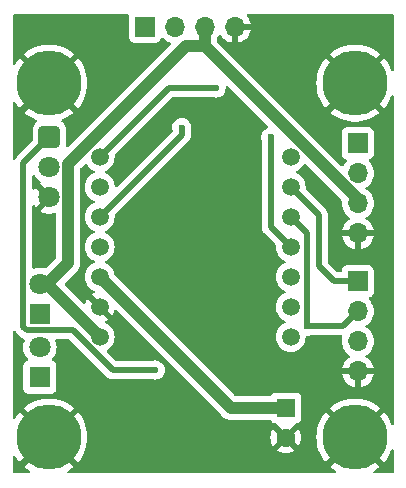
<source format=gbl>
G04 #@! TF.GenerationSoftware,KiCad,Pcbnew,7.0.7*
G04 #@! TF.CreationDate,2023-10-16T20:45:54+02:00*
G04 #@! TF.ProjectId,HeatPumpControl,48656174-5075-46d7-9043-6f6e74726f6c,2.0*
G04 #@! TF.SameCoordinates,Original*
G04 #@! TF.FileFunction,Copper,L2,Bot*
G04 #@! TF.FilePolarity,Positive*
%FSLAX46Y46*%
G04 Gerber Fmt 4.6, Leading zero omitted, Abs format (unit mm)*
G04 Created by KiCad (PCBNEW 7.0.7) date 2023-10-16 20:45:54*
%MOMM*%
%LPD*%
G01*
G04 APERTURE LIST*
G04 Aperture macros list*
%AMRoundRect*
0 Rectangle with rounded corners*
0 $1 Rounding radius*
0 $2 $3 $4 $5 $6 $7 $8 $9 X,Y pos of 4 corners*
0 Add a 4 corners polygon primitive as box body*
4,1,4,$2,$3,$4,$5,$6,$7,$8,$9,$2,$3,0*
0 Add four circle primitives for the rounded corners*
1,1,$1+$1,$2,$3*
1,1,$1+$1,$4,$5*
1,1,$1+$1,$6,$7*
1,1,$1+$1,$8,$9*
0 Add four rect primitives between the rounded corners*
20,1,$1+$1,$2,$3,$4,$5,0*
20,1,$1+$1,$4,$5,$6,$7,0*
20,1,$1+$1,$6,$7,$8,$9,0*
20,1,$1+$1,$8,$9,$2,$3,0*%
G04 Aperture macros list end*
G04 #@! TA.AperFunction,ComponentPad*
%ADD10C,1.800000*%
G04 #@! TD*
G04 #@! TA.AperFunction,ComponentPad*
%ADD11R,1.800000X1.800000*%
G04 #@! TD*
G04 #@! TA.AperFunction,ComponentPad*
%ADD12C,5.500000*%
G04 #@! TD*
G04 #@! TA.AperFunction,ComponentPad*
%ADD13R,1.700000X1.700000*%
G04 #@! TD*
G04 #@! TA.AperFunction,ComponentPad*
%ADD14O,1.700000X1.700000*%
G04 #@! TD*
G04 #@! TA.AperFunction,ComponentPad*
%ADD15C,1.500000*%
G04 #@! TD*
G04 #@! TA.AperFunction,ComponentPad*
%ADD16R,1.600000X1.600000*%
G04 #@! TD*
G04 #@! TA.AperFunction,ComponentPad*
%ADD17C,1.600000*%
G04 #@! TD*
G04 #@! TA.AperFunction,ComponentPad*
%ADD18RoundRect,0.248400X-0.651600X0.651600X-0.651600X-0.651600X0.651600X-0.651600X0.651600X0.651600X0*%
G04 #@! TD*
G04 #@! TA.AperFunction,ViaPad*
%ADD19C,0.600000*%
G04 #@! TD*
G04 #@! TA.AperFunction,Conductor*
%ADD20C,1.000000*%
G04 #@! TD*
G04 #@! TA.AperFunction,Conductor*
%ADD21C,0.500000*%
G04 #@! TD*
G04 APERTURE END LIST*
D10*
X139192000Y-125857000D03*
D11*
X139192000Y-128397000D03*
D12*
X139954000Y-108839000D03*
X165862000Y-138811000D03*
D13*
X148092000Y-104070000D03*
D14*
X150632000Y-104070000D03*
X153172000Y-104070000D03*
X155712000Y-104070000D03*
D15*
X160433300Y-130317700D03*
X160433300Y-127777700D03*
X160433300Y-125237700D03*
X160433300Y-122697700D03*
X160433300Y-120157700D03*
X160433300Y-117617700D03*
X160433300Y-115077700D03*
X144268300Y-115077700D03*
X144268300Y-117617700D03*
X144268300Y-120157700D03*
X144268300Y-122697700D03*
X144268300Y-125237700D03*
X144268300Y-127777700D03*
X144268300Y-130317700D03*
D11*
X139192000Y-133731000D03*
D10*
X139192000Y-131191000D03*
D13*
X166116000Y-125603000D03*
D14*
X166116000Y-128143000D03*
X166116000Y-130683000D03*
X166116000Y-133223000D03*
D16*
X160020000Y-136335900D03*
D17*
X160020000Y-138835900D03*
D18*
X139999000Y-113411000D03*
D10*
X139999000Y-115951000D03*
X139999000Y-118491000D03*
D12*
X139954000Y-138811000D03*
D13*
X166116000Y-113919000D03*
D14*
X166116000Y-116459000D03*
X166116000Y-118999000D03*
X166116000Y-121539000D03*
D12*
X165862000Y-108839000D03*
D19*
X161798000Y-129413000D03*
X151216000Y-112591400D03*
X154114500Y-109248100D03*
X148964300Y-133124700D03*
X158750000Y-113411000D03*
D20*
X151572000Y-105670000D02*
X153172000Y-105670000D01*
X166116000Y-118999000D02*
X166116000Y-118670300D01*
X153172000Y-104070000D02*
X153172000Y-105670000D01*
X141600100Y-115641900D02*
X151572000Y-105670000D01*
X139807600Y-125857000D02*
X141600100Y-124064500D01*
X139807600Y-125857000D02*
X139192000Y-125857000D01*
X153172000Y-105726300D02*
X153172000Y-105670000D01*
X141600100Y-124064500D02*
X141600100Y-115641900D01*
X144268300Y-130317700D02*
X139807600Y-125857000D01*
X166116000Y-118670300D02*
X153172000Y-105726300D01*
X144268300Y-125237700D02*
X155366500Y-136335900D01*
X155366500Y-136335900D02*
X160020000Y-136335900D01*
D21*
X161798000Y-123571000D02*
X161798000Y-129413000D01*
X160433300Y-120157700D02*
X161798000Y-121522400D01*
X164846000Y-129413000D02*
X166116000Y-128143000D01*
X161798000Y-121522400D02*
X161798000Y-123571000D01*
X161798000Y-129413000D02*
X164846000Y-129413000D01*
X162814000Y-119998400D02*
X162814000Y-124333000D01*
X164084000Y-125603000D02*
X166116000Y-125603000D01*
X162814000Y-124333000D02*
X164084000Y-125603000D01*
X160433300Y-117617700D02*
X162814000Y-119998400D01*
X151216000Y-113210000D02*
X151216000Y-112591400D01*
X144268300Y-120157700D02*
X151216000Y-113210000D01*
X144268300Y-115077700D02*
X150097900Y-109248100D01*
X150097900Y-109248100D02*
X154114500Y-109248100D01*
X145368900Y-133124700D02*
X148964300Y-133124700D01*
X141991400Y-129747200D02*
X145368900Y-133124700D01*
X137786700Y-115623300D02*
X137786700Y-129444400D01*
X138089500Y-129747200D02*
X141991400Y-129747200D01*
X139999000Y-113411000D02*
X137786700Y-115623300D01*
X137786700Y-129444400D02*
X138089500Y-129747200D01*
X160433300Y-122697700D02*
X158750000Y-121014400D01*
X158750000Y-121014400D02*
X158750000Y-113411000D01*
G04 #@! TA.AperFunction,Conductor*
G36*
X138690404Y-139819550D02*
G01*
X138742181Y-139855773D01*
X138817080Y-139943470D01*
X138819130Y-139945870D01*
X138909222Y-140022816D01*
X138948031Y-140082267D01*
X138948537Y-140153262D01*
X138916486Y-140207722D01*
X137833870Y-141290337D01*
X137841713Y-141297766D01*
X137841719Y-141297771D01*
X138122969Y-141511572D01*
X138337308Y-141640536D01*
X138385365Y-141692795D01*
X138397541Y-141762740D01*
X138369968Y-141828164D01*
X138311402Y-141868295D01*
X138272348Y-141874500D01*
X137016500Y-141874500D01*
X136948379Y-141854498D01*
X136901886Y-141800842D01*
X136890500Y-141748500D01*
X136890500Y-140494751D01*
X136910502Y-140426630D01*
X136964158Y-140380137D01*
X137034432Y-140370033D01*
X137099012Y-140399527D01*
X137127823Y-140435732D01*
X137158256Y-140493137D01*
X137158258Y-140493140D01*
X137356518Y-140785551D01*
X137356517Y-140785551D01*
X137477640Y-140928148D01*
X138557277Y-139848511D01*
X138619589Y-139814486D01*
X138690404Y-139819550D01*
G37*
G04 #@! TD.AperFunction*
G04 #@! TA.AperFunction,Conductor*
G36*
X169121621Y-103001502D02*
G01*
X169168114Y-103055158D01*
X169179500Y-103107500D01*
X169179500Y-107706529D01*
X169159498Y-107774650D01*
X169105842Y-107821143D01*
X169035568Y-107831247D01*
X168970988Y-107801753D01*
X168936449Y-107753167D01*
X168823225Y-107468997D01*
X168823223Y-107468994D01*
X168657743Y-107156863D01*
X168657741Y-107156859D01*
X168459481Y-106864448D01*
X168459482Y-106864448D01*
X168338357Y-106721850D01*
X167258722Y-107801486D01*
X167196410Y-107835512D01*
X167125595Y-107830447D01*
X167073816Y-107794222D01*
X166996870Y-107704130D01*
X166906774Y-107627181D01*
X166867967Y-107567733D01*
X166867459Y-107496739D01*
X166899511Y-107442276D01*
X167982127Y-106359661D01*
X167974286Y-106352233D01*
X167974280Y-106352228D01*
X167693030Y-106138427D01*
X167390321Y-105956293D01*
X167069683Y-105807950D01*
X167069679Y-105807948D01*
X166734896Y-105695147D01*
X166734882Y-105695143D01*
X166389872Y-105619199D01*
X166389848Y-105619195D01*
X166038651Y-105581000D01*
X165685348Y-105581000D01*
X165334151Y-105619195D01*
X165334127Y-105619199D01*
X164989117Y-105695143D01*
X164989103Y-105695147D01*
X164654320Y-105807948D01*
X164654316Y-105807950D01*
X164333678Y-105956293D01*
X164030969Y-106138427D01*
X163749715Y-106352231D01*
X163749709Y-106352237D01*
X163741870Y-106359661D01*
X164824487Y-107442277D01*
X164858512Y-107504589D01*
X164853448Y-107575404D01*
X164817223Y-107627183D01*
X164727130Y-107704130D01*
X164650183Y-107794223D01*
X164590732Y-107833032D01*
X164519737Y-107833538D01*
X164465277Y-107801487D01*
X163385641Y-106721850D01*
X163264517Y-106864449D01*
X163066258Y-107156859D01*
X163066256Y-107156863D01*
X162900776Y-107468994D01*
X162900772Y-107469003D01*
X162770010Y-107797188D01*
X162770009Y-107797191D01*
X162675496Y-108137598D01*
X162675496Y-108137601D01*
X162618342Y-108486230D01*
X162599215Y-108838997D01*
X162599215Y-108839002D01*
X162618342Y-109191769D01*
X162675496Y-109540398D01*
X162675496Y-109540401D01*
X162770009Y-109880808D01*
X162770010Y-109880811D01*
X162900772Y-110208996D01*
X162900776Y-110209005D01*
X163066256Y-110521136D01*
X163066258Y-110521140D01*
X163264518Y-110813551D01*
X163264517Y-110813551D01*
X163385640Y-110956148D01*
X164465277Y-109876511D01*
X164527589Y-109842486D01*
X164598404Y-109847550D01*
X164650181Y-109883773D01*
X164685249Y-109924833D01*
X164727130Y-109973870D01*
X164817222Y-110050816D01*
X164856031Y-110110267D01*
X164856537Y-110181262D01*
X164824486Y-110235722D01*
X163741870Y-111318337D01*
X163749713Y-111325766D01*
X163749719Y-111325771D01*
X164030969Y-111539572D01*
X164333678Y-111721706D01*
X164654316Y-111870049D01*
X164654320Y-111870051D01*
X164989103Y-111982852D01*
X164989117Y-111982856D01*
X165334127Y-112058800D01*
X165334151Y-112058804D01*
X165685348Y-112096999D01*
X165685364Y-112097000D01*
X166038636Y-112097000D01*
X166038651Y-112096999D01*
X166389848Y-112058804D01*
X166389872Y-112058800D01*
X166734882Y-111982856D01*
X166734896Y-111982852D01*
X167069679Y-111870051D01*
X167069683Y-111870049D01*
X167390321Y-111721706D01*
X167693030Y-111539572D01*
X167974276Y-111325774D01*
X167974282Y-111325769D01*
X167982127Y-111318338D01*
X167982127Y-111318336D01*
X166899512Y-110235722D01*
X166865487Y-110173410D01*
X166870551Y-110102595D01*
X166906774Y-110050818D01*
X166996870Y-109973870D01*
X167073818Y-109883775D01*
X167133265Y-109844968D01*
X167204260Y-109844460D01*
X167258722Y-109876512D01*
X168338357Y-110956148D01*
X168459482Y-110813551D01*
X168657741Y-110521140D01*
X168657743Y-110521136D01*
X168823223Y-110209005D01*
X168823227Y-110208996D01*
X168936449Y-109924833D01*
X168980244Y-109868954D01*
X169047298Y-109845623D01*
X169116321Y-109862248D01*
X169165398Y-109913550D01*
X169179500Y-109971470D01*
X169179500Y-137678529D01*
X169159498Y-137746650D01*
X169105842Y-137793143D01*
X169035568Y-137803247D01*
X168970988Y-137773753D01*
X168936449Y-137725167D01*
X168823225Y-137440997D01*
X168823223Y-137440994D01*
X168657743Y-137128863D01*
X168657741Y-137128859D01*
X168459481Y-136836448D01*
X168459482Y-136836448D01*
X168338357Y-136693850D01*
X167258722Y-137773486D01*
X167196410Y-137807512D01*
X167125595Y-137802447D01*
X167073816Y-137766222D01*
X166996870Y-137676130D01*
X166978636Y-137660557D01*
X166906774Y-137599181D01*
X166867967Y-137539733D01*
X166867459Y-137468739D01*
X166899511Y-137414276D01*
X167982127Y-136331661D01*
X167974286Y-136324233D01*
X167974280Y-136324228D01*
X167693030Y-136110427D01*
X167390321Y-135928293D01*
X167069683Y-135779950D01*
X167069679Y-135779948D01*
X166734896Y-135667147D01*
X166734882Y-135667143D01*
X166389872Y-135591199D01*
X166389848Y-135591195D01*
X166038651Y-135553000D01*
X165685348Y-135553000D01*
X165334151Y-135591195D01*
X165334127Y-135591199D01*
X164989117Y-135667143D01*
X164989103Y-135667147D01*
X164654320Y-135779948D01*
X164654316Y-135779950D01*
X164333678Y-135928293D01*
X164030969Y-136110427D01*
X163749715Y-136324231D01*
X163749709Y-136324237D01*
X163741870Y-136331661D01*
X164824487Y-137414277D01*
X164858512Y-137476589D01*
X164853448Y-137547404D01*
X164817223Y-137599183D01*
X164727130Y-137676130D01*
X164650183Y-137766223D01*
X164590732Y-137805032D01*
X164519737Y-137805538D01*
X164465277Y-137773487D01*
X163385641Y-136693850D01*
X163264517Y-136836449D01*
X163066258Y-137128859D01*
X163066256Y-137128863D01*
X162900776Y-137440994D01*
X162900772Y-137441003D01*
X162770010Y-137769188D01*
X162770009Y-137769191D01*
X162675496Y-138109598D01*
X162675496Y-138109601D01*
X162618342Y-138458230D01*
X162599215Y-138810997D01*
X162599215Y-138811002D01*
X162618342Y-139163769D01*
X162675496Y-139512398D01*
X162675496Y-139512401D01*
X162770009Y-139852808D01*
X162770010Y-139852811D01*
X162900772Y-140180996D01*
X162900776Y-140181005D01*
X163066256Y-140493136D01*
X163066258Y-140493140D01*
X163264518Y-140785551D01*
X163264517Y-140785551D01*
X163385640Y-140928148D01*
X164465277Y-139848511D01*
X164527589Y-139814486D01*
X164598404Y-139819550D01*
X164650181Y-139855773D01*
X164725080Y-139943470D01*
X164727130Y-139945870D01*
X164817222Y-140022816D01*
X164856031Y-140082267D01*
X164856537Y-140153262D01*
X164824486Y-140207722D01*
X163741870Y-141290337D01*
X163749713Y-141297766D01*
X163749719Y-141297771D01*
X164030969Y-141511572D01*
X164245308Y-141640536D01*
X164293365Y-141692795D01*
X164305541Y-141762740D01*
X164277968Y-141828164D01*
X164219402Y-141868295D01*
X164180348Y-141874500D01*
X141635652Y-141874500D01*
X141567531Y-141854498D01*
X141521038Y-141800842D01*
X141510934Y-141730568D01*
X141540428Y-141665988D01*
X141570692Y-141640536D01*
X141785030Y-141511572D01*
X142066276Y-141297774D01*
X142066282Y-141297769D01*
X142074127Y-141290338D01*
X142074127Y-141290336D01*
X140991512Y-140207722D01*
X140957487Y-140145410D01*
X140962551Y-140074595D01*
X140998774Y-140022818D01*
X141088870Y-139945870D01*
X141165818Y-139855775D01*
X141225265Y-139816968D01*
X141296260Y-139816460D01*
X141350722Y-139848512D01*
X142430357Y-140928148D01*
X142551482Y-140785551D01*
X142749741Y-140493140D01*
X142749743Y-140493136D01*
X142915223Y-140181005D01*
X142915227Y-140180996D01*
X143045989Y-139852811D01*
X143045990Y-139852808D01*
X143140503Y-139512401D01*
X143140503Y-139512398D01*
X143197657Y-139163769D01*
X143216784Y-138811002D01*
X143216784Y-138810997D01*
X143197657Y-138458230D01*
X143140503Y-138109601D01*
X143140503Y-138109598D01*
X143045990Y-137769191D01*
X143045989Y-137769188D01*
X142915227Y-137441003D01*
X142915223Y-137440994D01*
X142749743Y-137128863D01*
X142749741Y-137128859D01*
X142551481Y-136836448D01*
X142551482Y-136836448D01*
X142430357Y-136693850D01*
X141350722Y-137773486D01*
X141288410Y-137807512D01*
X141217595Y-137802447D01*
X141165816Y-137766222D01*
X141088870Y-137676130D01*
X141070636Y-137660557D01*
X140998774Y-137599181D01*
X140959967Y-137539733D01*
X140959459Y-137468739D01*
X140991511Y-137414276D01*
X142074127Y-136331661D01*
X142066286Y-136324233D01*
X142066280Y-136324228D01*
X141785030Y-136110427D01*
X141482321Y-135928293D01*
X141161683Y-135779950D01*
X141161679Y-135779948D01*
X140826896Y-135667147D01*
X140826882Y-135667143D01*
X140481872Y-135591199D01*
X140481848Y-135591195D01*
X140130651Y-135553000D01*
X139777348Y-135553000D01*
X139426151Y-135591195D01*
X139426127Y-135591199D01*
X139081117Y-135667143D01*
X139081103Y-135667147D01*
X138746320Y-135779948D01*
X138746316Y-135779950D01*
X138425678Y-135928293D01*
X138122969Y-136110427D01*
X137841715Y-136324231D01*
X137841709Y-136324237D01*
X137833870Y-136331661D01*
X138916487Y-137414277D01*
X138950512Y-137476589D01*
X138945448Y-137547404D01*
X138909223Y-137599183D01*
X138819130Y-137676130D01*
X138742183Y-137766223D01*
X138682732Y-137805032D01*
X138611737Y-137805538D01*
X138557277Y-137773487D01*
X137477641Y-136693850D01*
X137356517Y-136836449D01*
X137158258Y-137128859D01*
X137158252Y-137128869D01*
X137127822Y-137186268D01*
X137078242Y-137237084D01*
X137009059Y-137253028D01*
X136942238Y-137229038D01*
X136898995Y-137172730D01*
X136890500Y-137127248D01*
X136890500Y-129882987D01*
X136910502Y-129814866D01*
X136964158Y-129768373D01*
X137034432Y-129758269D01*
X137099012Y-129787763D01*
X137121772Y-129813750D01*
X137146933Y-129852006D01*
X137187667Y-129918047D01*
X137192222Y-129923808D01*
X137192168Y-129923850D01*
X137196928Y-129929692D01*
X137196979Y-129929650D01*
X137201693Y-129935268D01*
X137201698Y-129935273D01*
X137201699Y-129935274D01*
X137258182Y-129988563D01*
X137507598Y-130237979D01*
X137519565Y-130251827D01*
X137534030Y-130271257D01*
X137574475Y-130305194D01*
X137578521Y-130308902D01*
X137584400Y-130314781D01*
X137584401Y-130314782D01*
X137601663Y-130328431D01*
X137610395Y-130335335D01*
X137669860Y-130385232D01*
X137669866Y-130385235D01*
X137675995Y-130389267D01*
X137675958Y-130389322D01*
X137682311Y-130393369D01*
X137682347Y-130393313D01*
X137688592Y-130397165D01*
X137688595Y-130397167D01*
X137758952Y-130429975D01*
X137828312Y-130464809D01*
X137828313Y-130464809D01*
X137834872Y-130468103D01*
X137834043Y-130469752D01*
X137883538Y-130506189D01*
X137908881Y-130572508D01*
X137898665Y-130633118D01*
X137855252Y-130732089D01*
X137855249Y-130732096D01*
X137797950Y-130958366D01*
X137797949Y-130958372D01*
X137797949Y-130958374D01*
X137778673Y-131191000D01*
X137796965Y-131411756D01*
X137797950Y-131423633D01*
X137855249Y-131649903D01*
X137855252Y-131649910D01*
X137949015Y-131863668D01*
X138056647Y-132028412D01*
X138076686Y-132059083D01*
X138161842Y-132151587D01*
X138193263Y-132215251D01*
X138185276Y-132285797D01*
X138140417Y-132340826D01*
X138113175Y-132354979D01*
X138045795Y-132380111D01*
X138045792Y-132380112D01*
X137928738Y-132467738D01*
X137841112Y-132584792D01*
X137841110Y-132584797D01*
X137790011Y-132721795D01*
X137790009Y-132721803D01*
X137783500Y-132782350D01*
X137783500Y-134679649D01*
X137790009Y-134740196D01*
X137790011Y-134740204D01*
X137841110Y-134877202D01*
X137841112Y-134877207D01*
X137928738Y-134994261D01*
X138045792Y-135081887D01*
X138045794Y-135081888D01*
X138045796Y-135081889D01*
X138104875Y-135103924D01*
X138182795Y-135132988D01*
X138182803Y-135132990D01*
X138243350Y-135139499D01*
X138243355Y-135139499D01*
X138243362Y-135139500D01*
X138243368Y-135139500D01*
X140140632Y-135139500D01*
X140140638Y-135139500D01*
X140140645Y-135139499D01*
X140140649Y-135139499D01*
X140201196Y-135132990D01*
X140201199Y-135132989D01*
X140201201Y-135132989D01*
X140338204Y-135081889D01*
X140455261Y-134994261D01*
X140542889Y-134877204D01*
X140593989Y-134740201D01*
X140600500Y-134679638D01*
X140600500Y-132782362D01*
X140600305Y-132780550D01*
X140593990Y-132721803D01*
X140593988Y-132721795D01*
X140555057Y-132617419D01*
X140542889Y-132584796D01*
X140542888Y-132584794D01*
X140542887Y-132584792D01*
X140455261Y-132467738D01*
X140338207Y-132380112D01*
X140338204Y-132380111D01*
X140270824Y-132354979D01*
X140213989Y-132312432D01*
X140189179Y-132245911D01*
X140204271Y-132176538D01*
X140222156Y-132151588D01*
X140307314Y-132059083D01*
X140434984Y-131863669D01*
X140528749Y-131649907D01*
X140586051Y-131423626D01*
X140605327Y-131191000D01*
X140586051Y-130958374D01*
X140528749Y-130732093D01*
X140506914Y-130682314D01*
X140497867Y-130611896D01*
X140528327Y-130547766D01*
X140588623Y-130510284D01*
X140622301Y-130505700D01*
X141625029Y-130505700D01*
X141693150Y-130525702D01*
X141714124Y-130542605D01*
X144786992Y-133615473D01*
X144798965Y-133629327D01*
X144813430Y-133648757D01*
X144853875Y-133682694D01*
X144857921Y-133686402D01*
X144863799Y-133692280D01*
X144889796Y-133712836D01*
X144949260Y-133762732D01*
X144949266Y-133762735D01*
X144955395Y-133766767D01*
X144955357Y-133766823D01*
X144961713Y-133770872D01*
X144961749Y-133770815D01*
X144967989Y-133774663D01*
X144967994Y-133774667D01*
X145038353Y-133807475D01*
X145107712Y-133842309D01*
X145107719Y-133842310D01*
X145114607Y-133844818D01*
X145114584Y-133844880D01*
X145121710Y-133847357D01*
X145121731Y-133847295D01*
X145128688Y-133849599D01*
X145128693Y-133849602D01*
X145204722Y-133865300D01*
X145231083Y-133871548D01*
X145280243Y-133883200D01*
X145287532Y-133884052D01*
X145287524Y-133884118D01*
X145295022Y-133884884D01*
X145295028Y-133884818D01*
X145302335Y-133885456D01*
X145302342Y-133885458D01*
X145379945Y-133883200D01*
X148662630Y-133883200D01*
X148704244Y-133890270D01*
X148783253Y-133917917D01*
X148964300Y-133938316D01*
X149145347Y-133917917D01*
X149317315Y-133857743D01*
X149471581Y-133760811D01*
X149600411Y-133631981D01*
X149697343Y-133477715D01*
X149757517Y-133305747D01*
X149777916Y-133124700D01*
X149757517Y-132943653D01*
X149697343Y-132771685D01*
X149697341Y-132771682D01*
X149697341Y-132771681D01*
X149600412Y-132617420D01*
X149600411Y-132617418D01*
X149471581Y-132488588D01*
X149471579Y-132488587D01*
X149317318Y-132391658D01*
X149317315Y-132391657D01*
X149145350Y-132331484D01*
X149145349Y-132331483D01*
X149145347Y-132331483D01*
X148964300Y-132311084D01*
X148964299Y-132311084D01*
X148933483Y-132314556D01*
X148783253Y-132331483D01*
X148783250Y-132331483D01*
X148783249Y-132331484D01*
X148704245Y-132359129D01*
X148662630Y-132366200D01*
X145735271Y-132366200D01*
X145667150Y-132346198D01*
X145646176Y-132329295D01*
X144905370Y-131588489D01*
X144871344Y-131526177D01*
X144876409Y-131455362D01*
X144918956Y-131398526D01*
X144922087Y-131396257D01*
X145080338Y-131285449D01*
X145236049Y-131129738D01*
X145362356Y-130949354D01*
X145455420Y-130749776D01*
X145512415Y-130537071D01*
X145531607Y-130317700D01*
X145512415Y-130098329D01*
X145455420Y-129885624D01*
X145362356Y-129686047D01*
X145236049Y-129505662D01*
X145080338Y-129349951D01*
X144899954Y-129223644D01*
X144766940Y-129161619D01*
X144713655Y-129114702D01*
X144694194Y-129046425D01*
X144714736Y-128978465D01*
X144766940Y-128933229D01*
X144899710Y-128871316D01*
X144899712Y-128871315D01*
X144960286Y-128828898D01*
X144960286Y-128828896D01*
X144525727Y-128394337D01*
X144491701Y-128332025D01*
X144496766Y-128261210D01*
X144535445Y-128209540D01*
X144534589Y-128208553D01*
X144539130Y-128204617D01*
X144539313Y-128204374D01*
X144539810Y-128204028D01*
X144541395Y-128202653D01*
X144541400Y-128202652D01*
X144650061Y-128108498D01*
X144686126Y-128052379D01*
X144739777Y-128005888D01*
X144810051Y-127995783D01*
X144874632Y-128025275D01*
X144881218Y-128031406D01*
X145319497Y-128469686D01*
X145319498Y-128469686D01*
X145361915Y-128409112D01*
X145361919Y-128409105D01*
X145454945Y-128209612D01*
X145454951Y-128209598D01*
X145474334Y-128137256D01*
X145511284Y-128076632D01*
X145575145Y-128045610D01*
X145645639Y-128054037D01*
X145685135Y-128080770D01*
X154616159Y-137011793D01*
X154620301Y-137016363D01*
X154649932Y-137052468D01*
X154803496Y-137178495D01*
X154978696Y-137272141D01*
X155022942Y-137285562D01*
X155168799Y-137329809D01*
X155168805Y-137329809D01*
X155168807Y-137329810D01*
X155366496Y-137349280D01*
X155366500Y-137349280D01*
X155366503Y-137349280D01*
X155412965Y-137344704D01*
X155419144Y-137344400D01*
X158677815Y-137344400D01*
X158745936Y-137364402D01*
X158778683Y-137394891D01*
X158856738Y-137499161D01*
X158973792Y-137586787D01*
X158973794Y-137586788D01*
X158973796Y-137586789D01*
X159007028Y-137599184D01*
X159110795Y-137637888D01*
X159110803Y-137637890D01*
X159174717Y-137644761D01*
X159174604Y-137645806D01*
X159237435Y-137667959D01*
X159281000Y-137724018D01*
X159283316Y-137740006D01*
X159837934Y-138294623D01*
X159871959Y-138356936D01*
X159866895Y-138427751D01*
X159824348Y-138484587D01*
X159806043Y-138495985D01*
X159781956Y-138508258D01*
X159781951Y-138508261D01*
X159692361Y-138597851D01*
X159692358Y-138597856D01*
X159680085Y-138621943D01*
X159631337Y-138673558D01*
X159562422Y-138690623D01*
X159495220Y-138667722D01*
X159478723Y-138653834D01*
X158932899Y-138108009D01*
X158882913Y-138179400D01*
X158786188Y-138386826D01*
X158786186Y-138386831D01*
X158726951Y-138607897D01*
X158707004Y-138835899D01*
X158726951Y-139063902D01*
X158786186Y-139284968D01*
X158786188Y-139284973D01*
X158882913Y-139492401D01*
X158932899Y-139563788D01*
X159478722Y-139017965D01*
X159541035Y-138983940D01*
X159611850Y-138989004D01*
X159668686Y-139031551D01*
X159680084Y-139049855D01*
X159692359Y-139073945D01*
X159692361Y-139073948D01*
X159781951Y-139163538D01*
X159781953Y-139163539D01*
X159781955Y-139163541D01*
X159806042Y-139175813D01*
X159857656Y-139224561D01*
X159874722Y-139293476D01*
X159851821Y-139360678D01*
X159837933Y-139377175D01*
X159292110Y-139922997D01*
X159292110Y-139923000D01*
X159363498Y-139972986D01*
X159570926Y-140069711D01*
X159570931Y-140069713D01*
X159791999Y-140128948D01*
X159791995Y-140128948D01*
X160020000Y-140148895D01*
X160248002Y-140128948D01*
X160469068Y-140069713D01*
X160469073Y-140069711D01*
X160676497Y-139972988D01*
X160747888Y-139922999D01*
X160747888Y-139922998D01*
X160202065Y-139377176D01*
X160168040Y-139314863D01*
X160173104Y-139244048D01*
X160215651Y-139187212D01*
X160233951Y-139175817D01*
X160258045Y-139163541D01*
X160347641Y-139073945D01*
X160359914Y-139049857D01*
X160408658Y-138998244D01*
X160477573Y-138981175D01*
X160544775Y-139004075D01*
X160561276Y-139017965D01*
X161107098Y-139563788D01*
X161107099Y-139563788D01*
X161157088Y-139492397D01*
X161253811Y-139284973D01*
X161253813Y-139284968D01*
X161313048Y-139063902D01*
X161332995Y-138835899D01*
X161313048Y-138607897D01*
X161253813Y-138386831D01*
X161253811Y-138386826D01*
X161157086Y-138179398D01*
X161107100Y-138108010D01*
X161107097Y-138108010D01*
X160561275Y-138653833D01*
X160498963Y-138687859D01*
X160428148Y-138682794D01*
X160371312Y-138640247D01*
X160359913Y-138621941D01*
X160347641Y-138597855D01*
X160347639Y-138597853D01*
X160347638Y-138597851D01*
X160258048Y-138508261D01*
X160258045Y-138508259D01*
X160233955Y-138495984D01*
X160182341Y-138447234D01*
X160165276Y-138378319D01*
X160188178Y-138311118D01*
X160202065Y-138294622D01*
X160759569Y-137737118D01*
X160764709Y-137711549D01*
X160814108Y-137660557D01*
X160865369Y-137645567D01*
X160865283Y-137644761D01*
X160929196Y-137637890D01*
X160929199Y-137637889D01*
X160929201Y-137637889D01*
X161066204Y-137586789D01*
X161183261Y-137499161D01*
X161226802Y-137440997D01*
X161270887Y-137382107D01*
X161270887Y-137382106D01*
X161270889Y-137382104D01*
X161321989Y-137245101D01*
X161328500Y-137184538D01*
X161328500Y-135487262D01*
X161328499Y-135487250D01*
X161321990Y-135426703D01*
X161321988Y-135426695D01*
X161281989Y-135319456D01*
X161270889Y-135289696D01*
X161270888Y-135289694D01*
X161270887Y-135289692D01*
X161183261Y-135172638D01*
X161066207Y-135085012D01*
X161066202Y-135085010D01*
X160929204Y-135033911D01*
X160929196Y-135033909D01*
X160868649Y-135027400D01*
X160868638Y-135027400D01*
X159171362Y-135027400D01*
X159171350Y-135027400D01*
X159110803Y-135033909D01*
X159110795Y-135033911D01*
X158973797Y-135085010D01*
X158973792Y-135085012D01*
X158856738Y-135172638D01*
X158778683Y-135276909D01*
X158721847Y-135319456D01*
X158677815Y-135327400D01*
X155836424Y-135327400D01*
X155768303Y-135307398D01*
X155747329Y-135290495D01*
X145548415Y-125091581D01*
X145514389Y-125029269D01*
X145513544Y-125023708D01*
X145513369Y-125023740D01*
X145512416Y-125018333D01*
X145512415Y-125018329D01*
X145455420Y-124805624D01*
X145362356Y-124606047D01*
X145236049Y-124425662D01*
X145080338Y-124269951D01*
X144899954Y-124143644D01*
X144899948Y-124143641D01*
X144899948Y-124143640D01*
X144767532Y-124081895D01*
X144714246Y-124034978D01*
X144694785Y-123966701D01*
X144715326Y-123898741D01*
X144767532Y-123853505D01*
X144899948Y-123791759D01*
X144899948Y-123791758D01*
X144899954Y-123791756D01*
X145080338Y-123665449D01*
X145236049Y-123509738D01*
X145362356Y-123329354D01*
X145455420Y-123129776D01*
X145512415Y-122917071D01*
X145531607Y-122697700D01*
X145512415Y-122478329D01*
X145455420Y-122265624D01*
X145362356Y-122066047D01*
X145236049Y-121885662D01*
X145080338Y-121729951D01*
X144899954Y-121603644D01*
X144899948Y-121603641D01*
X144899948Y-121603640D01*
X144767532Y-121541895D01*
X144714246Y-121494978D01*
X144694785Y-121426701D01*
X144715326Y-121358741D01*
X144767532Y-121313505D01*
X144899948Y-121251759D01*
X144899948Y-121251758D01*
X144899954Y-121251756D01*
X145080338Y-121125449D01*
X145236049Y-120969738D01*
X145362356Y-120789354D01*
X145455420Y-120589776D01*
X145512415Y-120377071D01*
X145531607Y-120157700D01*
X145521391Y-120040936D01*
X145535380Y-119971334D01*
X145557814Y-119940865D01*
X151706778Y-113791901D01*
X151720617Y-113779941D01*
X151740058Y-113765469D01*
X151774001Y-113725015D01*
X151777700Y-113720979D01*
X151783581Y-113715100D01*
X151793547Y-113702494D01*
X151804135Y-113689105D01*
X151826481Y-113662472D01*
X151854032Y-113629640D01*
X151854033Y-113629636D01*
X151854036Y-113629634D01*
X151858070Y-113623502D01*
X151858127Y-113623539D01*
X151862171Y-113617191D01*
X151862112Y-113617155D01*
X151865961Y-113610912D01*
X151865967Y-113610905D01*
X151898775Y-113540547D01*
X151933609Y-113471188D01*
X151933610Y-113471182D01*
X151936119Y-113464291D01*
X151936184Y-113464314D01*
X151938658Y-113457197D01*
X151938594Y-113457176D01*
X151940903Y-113450208D01*
X151956607Y-113374150D01*
X151962165Y-113350698D01*
X151974500Y-113298656D01*
X151974500Y-113298649D01*
X151975352Y-113291368D01*
X151975419Y-113291375D01*
X151976185Y-113283877D01*
X151976119Y-113283872D01*
X151976757Y-113276565D01*
X151976759Y-113276558D01*
X151974500Y-113198920D01*
X151974500Y-112893069D01*
X151981571Y-112851454D01*
X152009217Y-112772447D01*
X152029616Y-112591400D01*
X152009217Y-112410353D01*
X151949043Y-112238385D01*
X151949041Y-112238382D01*
X151949041Y-112238381D01*
X151852112Y-112084120D01*
X151852111Y-112084118D01*
X151723281Y-111955288D01*
X151723279Y-111955287D01*
X151569018Y-111858358D01*
X151569015Y-111858357D01*
X151397050Y-111798184D01*
X151397049Y-111798183D01*
X151397047Y-111798183D01*
X151216000Y-111777784D01*
X151215999Y-111777784D01*
X151185183Y-111781256D01*
X151034953Y-111798183D01*
X151034950Y-111798183D01*
X151034949Y-111798184D01*
X150862984Y-111858357D01*
X150862981Y-111858358D01*
X150708720Y-111955287D01*
X150708718Y-111955288D01*
X150579888Y-112084118D01*
X150579887Y-112084120D01*
X150482958Y-112238381D01*
X150482957Y-112238384D01*
X150482957Y-112238385D01*
X150422783Y-112410353D01*
X150402384Y-112591400D01*
X150422783Y-112772447D01*
X150422783Y-112772449D01*
X150422784Y-112772450D01*
X150437613Y-112814829D01*
X150441232Y-112885734D01*
X150407779Y-112945539D01*
X145739085Y-117614232D01*
X145676773Y-117648258D01*
X145605958Y-117643193D01*
X145549122Y-117600646D01*
X145524469Y-117536120D01*
X145512415Y-117398329D01*
X145455420Y-117185624D01*
X145362356Y-116986047D01*
X145236049Y-116805662D01*
X145080338Y-116649951D01*
X144899954Y-116523644D01*
X144899948Y-116523641D01*
X144899948Y-116523640D01*
X144767532Y-116461895D01*
X144714246Y-116414978D01*
X144694785Y-116346701D01*
X144715326Y-116278741D01*
X144767532Y-116233505D01*
X144899948Y-116171759D01*
X144899948Y-116171758D01*
X144899954Y-116171756D01*
X145080338Y-116045449D01*
X145236049Y-115889738D01*
X145362356Y-115709354D01*
X145455420Y-115509776D01*
X145512415Y-115297071D01*
X145531607Y-115077700D01*
X145521391Y-114960936D01*
X145535380Y-114891334D01*
X145557814Y-114860865D01*
X150375175Y-110043505D01*
X150437488Y-110009479D01*
X150464271Y-110006600D01*
X153812830Y-110006600D01*
X153854444Y-110013670D01*
X153933453Y-110041317D01*
X154114500Y-110061716D01*
X154295547Y-110041317D01*
X154467515Y-109981143D01*
X154621781Y-109884211D01*
X154750611Y-109755381D01*
X154847543Y-109601115D01*
X154907717Y-109429147D01*
X154928116Y-109248100D01*
X154925329Y-109223367D01*
X154937578Y-109153437D01*
X154985691Y-109101229D01*
X155054391Y-109083320D01*
X155121868Y-109105396D01*
X155139632Y-109120166D01*
X158477751Y-112458285D01*
X158511777Y-112520597D01*
X158506712Y-112591412D01*
X158464165Y-112648248D01*
X158430273Y-112666309D01*
X158396980Y-112677958D01*
X158242720Y-112774887D01*
X158242718Y-112774888D01*
X158113888Y-112903718D01*
X158113887Y-112903720D01*
X158016958Y-113057981D01*
X158016957Y-113057984D01*
X157967642Y-113198920D01*
X157956783Y-113229953D01*
X157936384Y-113411000D01*
X157956783Y-113592047D01*
X157983537Y-113668506D01*
X157984429Y-113671054D01*
X157991500Y-113712669D01*
X157991500Y-120949959D01*
X157990170Y-120968219D01*
X157986659Y-120992186D01*
X157986659Y-120992191D01*
X157991259Y-121044784D01*
X157991499Y-121050268D01*
X157991499Y-121058571D01*
X157991500Y-121058583D01*
X157995347Y-121091495D01*
X158002112Y-121168819D01*
X158003596Y-121176006D01*
X158003531Y-121176019D01*
X158005165Y-121183389D01*
X158005229Y-121183375D01*
X158006921Y-121190516D01*
X158026835Y-121245226D01*
X158029212Y-121251759D01*
X158033473Y-121263464D01*
X158057885Y-121337136D01*
X158060987Y-121343788D01*
X158060926Y-121343816D01*
X158064211Y-121350602D01*
X158064270Y-121350573D01*
X158067560Y-121357124D01*
X158067564Y-121357131D01*
X158067565Y-121357132D01*
X158069729Y-121360422D01*
X158110233Y-121422005D01*
X158150967Y-121488048D01*
X158155522Y-121493808D01*
X158155468Y-121493850D01*
X158160228Y-121499692D01*
X158160279Y-121499650D01*
X158164993Y-121505268D01*
X158164998Y-121505273D01*
X158164999Y-121505274D01*
X158221482Y-121558563D01*
X159143782Y-122480863D01*
X159177806Y-122543174D01*
X159180207Y-122580937D01*
X159171562Y-122679767D01*
X159169993Y-122697700D01*
X159189185Y-122917071D01*
X159246180Y-123129776D01*
X159339244Y-123329354D01*
X159465551Y-123509738D01*
X159465554Y-123509742D01*
X159621257Y-123665445D01*
X159621261Y-123665448D01*
X159621262Y-123665449D01*
X159801646Y-123791756D01*
X159906519Y-123840658D01*
X159934068Y-123853505D01*
X159987353Y-123900422D01*
X160006814Y-123968699D01*
X159986272Y-124036659D01*
X159934068Y-124081895D01*
X159801646Y-124143644D01*
X159621265Y-124269948D01*
X159621259Y-124269953D01*
X159465553Y-124425659D01*
X159465548Y-124425665D01*
X159339244Y-124606046D01*
X159246181Y-124805620D01*
X159246179Y-124805626D01*
X159189185Y-125018329D01*
X159169993Y-125237699D01*
X159189185Y-125457070D01*
X159246179Y-125669773D01*
X159246181Y-125669779D01*
X159333483Y-125857000D01*
X159339244Y-125869354D01*
X159465550Y-126049738D01*
X159465551Y-126049738D01*
X159465554Y-126049742D01*
X159621257Y-126205445D01*
X159621261Y-126205448D01*
X159621262Y-126205449D01*
X159801646Y-126331756D01*
X159868903Y-126363118D01*
X159934068Y-126393505D01*
X159987353Y-126440422D01*
X160006814Y-126508699D01*
X159986272Y-126576659D01*
X159934068Y-126621895D01*
X159801646Y-126683644D01*
X159621265Y-126809948D01*
X159621259Y-126809953D01*
X159465553Y-126965659D01*
X159465548Y-126965665D01*
X159339244Y-127146046D01*
X159246181Y-127345620D01*
X159246179Y-127345626D01*
X159206367Y-127494206D01*
X159189185Y-127558329D01*
X159169993Y-127777700D01*
X159189185Y-127997071D01*
X159219042Y-128108497D01*
X159246179Y-128209773D01*
X159246181Y-128209779D01*
X159337345Y-128405281D01*
X159339244Y-128409354D01*
X159459322Y-128580842D01*
X159465551Y-128589738D01*
X159465554Y-128589742D01*
X159621257Y-128745445D01*
X159621261Y-128745448D01*
X159621262Y-128745449D01*
X159801646Y-128871756D01*
X159876653Y-128906732D01*
X159934068Y-128933505D01*
X159987353Y-128980422D01*
X160006814Y-129048699D01*
X159986272Y-129116659D01*
X159934068Y-129161895D01*
X159801646Y-129223644D01*
X159621265Y-129349948D01*
X159621259Y-129349953D01*
X159465553Y-129505659D01*
X159465548Y-129505665D01*
X159339244Y-129686046D01*
X159246181Y-129885620D01*
X159246179Y-129885626D01*
X159232876Y-129935274D01*
X159189185Y-130098329D01*
X159169993Y-130317700D01*
X159189185Y-130537071D01*
X159209235Y-130611896D01*
X159241442Y-130732096D01*
X159246180Y-130749776D01*
X159339244Y-130949354D01*
X159462662Y-131125612D01*
X159465551Y-131129738D01*
X159465554Y-131129742D01*
X159621257Y-131285445D01*
X159621261Y-131285448D01*
X159621262Y-131285449D01*
X159801646Y-131411756D01*
X160001224Y-131504820D01*
X160213929Y-131561815D01*
X160433300Y-131581007D01*
X160652671Y-131561815D01*
X160865376Y-131504820D01*
X161064954Y-131411756D01*
X161245338Y-131285449D01*
X161401049Y-131129738D01*
X161527356Y-130949354D01*
X161620420Y-130749776D01*
X161677415Y-130537071D01*
X161694662Y-130339928D01*
X161720524Y-130273814D01*
X161778028Y-130232174D01*
X161806065Y-130225707D01*
X161979047Y-130206217D01*
X162058055Y-130178570D01*
X162099670Y-130171500D01*
X164682263Y-130171500D01*
X164750384Y-130191502D01*
X164796877Y-130245158D01*
X164806981Y-130315432D01*
X164804407Y-130328431D01*
X164771437Y-130458624D01*
X164771436Y-130458630D01*
X164771436Y-130458632D01*
X164752844Y-130683000D01*
X164758377Y-130749776D01*
X164771437Y-130907375D01*
X164826702Y-131125612D01*
X164826703Y-131125613D01*
X164826704Y-131125616D01*
X164896812Y-131285448D01*
X164917141Y-131331793D01*
X165040275Y-131520265D01*
X165040279Y-131520270D01*
X165192762Y-131685908D01*
X165247331Y-131728381D01*
X165370424Y-131824189D01*
X165404205Y-131842470D01*
X165454596Y-131892482D01*
X165469949Y-131961799D01*
X165445389Y-132028412D01*
X165404209Y-132064096D01*
X165370704Y-132082228D01*
X165370698Y-132082232D01*
X165193097Y-132220465D01*
X165040674Y-132386041D01*
X164917580Y-132574451D01*
X164827179Y-132780543D01*
X164827176Y-132780550D01*
X164779455Y-132968999D01*
X164779456Y-132969000D01*
X165501156Y-132969000D01*
X165569277Y-132989002D01*
X165615770Y-133042658D01*
X165625874Y-133112932D01*
X165622053Y-133130496D01*
X165616000Y-133151111D01*
X165616000Y-133294888D01*
X165622053Y-133315504D01*
X165622052Y-133386500D01*
X165583667Y-133446226D01*
X165519086Y-133475718D01*
X165501156Y-133477000D01*
X164779455Y-133477000D01*
X164827176Y-133665449D01*
X164827179Y-133665456D01*
X164917580Y-133871548D01*
X165040674Y-134059958D01*
X165193097Y-134225534D01*
X165370698Y-134363767D01*
X165370699Y-134363768D01*
X165568628Y-134470882D01*
X165568630Y-134470883D01*
X165781483Y-134543955D01*
X165781492Y-134543957D01*
X165862000Y-134557391D01*
X165862000Y-133837033D01*
X165882002Y-133768912D01*
X165935658Y-133722419D01*
X166005926Y-133712315D01*
X166080237Y-133723000D01*
X166151763Y-133723000D01*
X166226069Y-133712316D01*
X166296341Y-133722419D01*
X166349997Y-133768911D01*
X166370000Y-133837031D01*
X166370000Y-134557390D01*
X166450507Y-134543957D01*
X166450516Y-134543955D01*
X166663369Y-134470883D01*
X166663371Y-134470882D01*
X166861300Y-134363768D01*
X166861301Y-134363767D01*
X167038902Y-134225534D01*
X167191325Y-134059958D01*
X167314419Y-133871548D01*
X167404820Y-133665456D01*
X167404823Y-133665449D01*
X167452544Y-133477000D01*
X166730844Y-133477000D01*
X166662723Y-133456998D01*
X166616230Y-133403342D01*
X166606126Y-133333068D01*
X166609947Y-133315504D01*
X166616000Y-133294888D01*
X166616000Y-133151111D01*
X166609947Y-133130496D01*
X166609948Y-133059500D01*
X166648333Y-132999774D01*
X166712914Y-132970282D01*
X166730844Y-132969000D01*
X167452544Y-132969000D01*
X167452544Y-132968999D01*
X167404823Y-132780550D01*
X167404820Y-132780543D01*
X167314419Y-132574451D01*
X167191325Y-132386041D01*
X167038902Y-132220465D01*
X166861301Y-132082232D01*
X166861300Y-132082231D01*
X166827791Y-132064097D01*
X166777401Y-132014083D01*
X166762050Y-131944766D01*
X166786612Y-131878153D01*
X166827790Y-131842472D01*
X166861576Y-131824189D01*
X167039240Y-131685906D01*
X167191722Y-131520268D01*
X167314860Y-131331791D01*
X167405296Y-131125616D01*
X167460564Y-130907368D01*
X167479156Y-130683000D01*
X167460564Y-130458632D01*
X167413762Y-130273814D01*
X167405297Y-130240387D01*
X167405296Y-130240386D01*
X167405296Y-130240384D01*
X167314860Y-130034209D01*
X167246576Y-129929692D01*
X167191724Y-129845734D01*
X167191720Y-129845729D01*
X167039237Y-129680091D01*
X166934828Y-129598826D01*
X166861576Y-129541811D01*
X166828319Y-129523813D01*
X166777929Y-129473802D01*
X166762576Y-129404485D01*
X166787136Y-129337872D01*
X166828320Y-129302186D01*
X166861576Y-129284189D01*
X167039240Y-129145906D01*
X167191722Y-128980268D01*
X167314860Y-128791791D01*
X167405296Y-128585616D01*
X167460564Y-128367368D01*
X167479156Y-128143000D01*
X167460564Y-127918632D01*
X167424875Y-127777700D01*
X167405297Y-127700387D01*
X167405296Y-127700386D01*
X167405296Y-127700384D01*
X167314860Y-127494209D01*
X167265165Y-127418145D01*
X167191724Y-127305734D01*
X167191719Y-127305729D01*
X167180019Y-127293020D01*
X167048524Y-127150179D01*
X167017103Y-127086514D01*
X167025090Y-127015968D01*
X167069948Y-126960939D01*
X167097183Y-126946789D01*
X167212204Y-126903889D01*
X167329261Y-126816261D01*
X167416889Y-126699204D01*
X167467989Y-126562201D01*
X167471066Y-126533585D01*
X167474499Y-126501649D01*
X167474500Y-126501632D01*
X167474500Y-124704367D01*
X167474499Y-124704350D01*
X167467990Y-124643803D01*
X167467988Y-124643795D01*
X167426497Y-124532557D01*
X167416889Y-124506796D01*
X167416888Y-124506794D01*
X167416887Y-124506792D01*
X167329261Y-124389738D01*
X167212207Y-124302112D01*
X167212202Y-124302110D01*
X167075204Y-124251011D01*
X167075196Y-124251009D01*
X167014649Y-124244500D01*
X167014638Y-124244500D01*
X165217362Y-124244500D01*
X165217350Y-124244500D01*
X165156803Y-124251009D01*
X165156795Y-124251011D01*
X165019797Y-124302110D01*
X165019792Y-124302112D01*
X164902738Y-124389738D01*
X164815112Y-124506792D01*
X164815110Y-124506797D01*
X164764011Y-124643795D01*
X164764009Y-124643803D01*
X164757500Y-124704350D01*
X164757500Y-124718500D01*
X164737498Y-124786621D01*
X164683842Y-124833114D01*
X164631500Y-124844500D01*
X164450371Y-124844500D01*
X164382250Y-124824498D01*
X164361276Y-124807595D01*
X163609405Y-124055724D01*
X163575379Y-123993412D01*
X163572500Y-123966629D01*
X163572500Y-120062835D01*
X163573831Y-120044572D01*
X163577340Y-120020616D01*
X163577341Y-120020611D01*
X163573030Y-119971334D01*
X163572740Y-119968013D01*
X163572500Y-119962520D01*
X163572500Y-119954224D01*
X163572321Y-119952694D01*
X163568652Y-119921305D01*
X163561887Y-119843973D01*
X163561886Y-119843970D01*
X163561886Y-119843968D01*
X163560403Y-119836787D01*
X163560469Y-119836773D01*
X163558839Y-119829419D01*
X163558773Y-119829435D01*
X163557079Y-119822293D01*
X163557079Y-119822287D01*
X163530530Y-119749344D01*
X163506114Y-119675661D01*
X163506110Y-119675655D01*
X163503014Y-119669015D01*
X163503076Y-119668986D01*
X163499791Y-119662200D01*
X163499731Y-119662231D01*
X163496435Y-119655668D01*
X163453771Y-119590800D01*
X163413031Y-119524750D01*
X163408477Y-119518991D01*
X163408530Y-119518948D01*
X163403766Y-119513100D01*
X163403715Y-119513144D01*
X163398998Y-119507522D01*
X163342518Y-119454237D01*
X161722817Y-117834536D01*
X161688792Y-117772224D01*
X161686392Y-117734459D01*
X161690193Y-117691007D01*
X161696607Y-117617700D01*
X161677415Y-117398329D01*
X161620420Y-117185624D01*
X161527356Y-116986047D01*
X161401049Y-116805662D01*
X161245338Y-116649951D01*
X161064954Y-116523644D01*
X161064948Y-116523641D01*
X161064948Y-116523640D01*
X160932532Y-116461895D01*
X160879246Y-116414978D01*
X160859785Y-116346701D01*
X160880326Y-116278741D01*
X160932532Y-116233505D01*
X161064948Y-116171759D01*
X161064948Y-116171758D01*
X161064954Y-116171756D01*
X161245338Y-116045449D01*
X161401049Y-115889738D01*
X161524198Y-115713863D01*
X161579655Y-115669536D01*
X161650275Y-115662227D01*
X161713635Y-115694258D01*
X161716506Y-115697040D01*
X164731872Y-118712406D01*
X164765898Y-118774718D01*
X164768347Y-118811906D01*
X164755199Y-118970580D01*
X164752844Y-118999000D01*
X164765585Y-119152764D01*
X164771437Y-119223375D01*
X164826702Y-119441612D01*
X164826703Y-119441613D01*
X164826704Y-119441616D01*
X164860625Y-119518948D01*
X164917141Y-119647793D01*
X165040275Y-119836265D01*
X165040279Y-119836270D01*
X165192762Y-120001908D01*
X165216789Y-120020609D01*
X165370424Y-120140189D01*
X165404205Y-120158470D01*
X165454596Y-120208482D01*
X165469949Y-120277799D01*
X165445389Y-120344412D01*
X165404209Y-120380096D01*
X165370704Y-120398228D01*
X165370698Y-120398232D01*
X165193097Y-120536465D01*
X165040674Y-120702041D01*
X164917580Y-120890451D01*
X164827179Y-121096543D01*
X164827176Y-121096550D01*
X164779455Y-121284999D01*
X164779456Y-121285000D01*
X165501156Y-121285000D01*
X165569277Y-121305002D01*
X165615770Y-121358658D01*
X165625874Y-121428932D01*
X165622053Y-121446496D01*
X165616000Y-121467111D01*
X165616000Y-121610888D01*
X165622053Y-121631504D01*
X165622052Y-121702500D01*
X165583667Y-121762226D01*
X165519086Y-121791718D01*
X165501156Y-121793000D01*
X164779455Y-121793000D01*
X164827176Y-121981449D01*
X164827179Y-121981456D01*
X164917580Y-122187548D01*
X165040674Y-122375958D01*
X165193097Y-122541534D01*
X165370698Y-122679767D01*
X165370699Y-122679768D01*
X165568628Y-122786882D01*
X165568630Y-122786883D01*
X165781483Y-122859955D01*
X165781492Y-122859957D01*
X165862000Y-122873391D01*
X165862000Y-122153033D01*
X165882002Y-122084912D01*
X165935658Y-122038419D01*
X166005926Y-122028315D01*
X166080237Y-122039000D01*
X166151763Y-122039000D01*
X166226069Y-122028316D01*
X166296341Y-122038419D01*
X166349997Y-122084911D01*
X166370000Y-122153031D01*
X166370000Y-122873390D01*
X166450507Y-122859957D01*
X166450516Y-122859955D01*
X166663369Y-122786883D01*
X166663371Y-122786882D01*
X166861300Y-122679768D01*
X166861301Y-122679767D01*
X167038902Y-122541534D01*
X167191325Y-122375958D01*
X167314419Y-122187548D01*
X167404820Y-121981456D01*
X167404823Y-121981449D01*
X167452544Y-121793000D01*
X166730844Y-121793000D01*
X166662723Y-121772998D01*
X166616230Y-121719342D01*
X166606126Y-121649068D01*
X166609947Y-121631504D01*
X166616000Y-121610888D01*
X166616000Y-121467111D01*
X166609947Y-121446496D01*
X166609948Y-121375500D01*
X166648333Y-121315774D01*
X166712914Y-121286282D01*
X166730844Y-121285000D01*
X167452544Y-121285000D01*
X167452544Y-121284999D01*
X167404823Y-121096550D01*
X167404820Y-121096543D01*
X167314419Y-120890451D01*
X167191325Y-120702041D01*
X167038902Y-120536465D01*
X166861301Y-120398232D01*
X166861300Y-120398231D01*
X166827791Y-120380097D01*
X166777401Y-120330083D01*
X166762050Y-120260766D01*
X166786612Y-120194153D01*
X166827790Y-120158472D01*
X166861576Y-120140189D01*
X167039240Y-120001906D01*
X167191722Y-119836268D01*
X167314860Y-119647791D01*
X167405296Y-119441616D01*
X167460564Y-119223368D01*
X167479156Y-118999000D01*
X167460564Y-118774632D01*
X167430841Y-118657260D01*
X167405297Y-118556387D01*
X167405296Y-118556386D01*
X167405296Y-118556384D01*
X167314860Y-118350209D01*
X167298220Y-118324740D01*
X167191724Y-118161734D01*
X167191720Y-118161729D01*
X167039237Y-117996091D01*
X166930627Y-117911556D01*
X166861576Y-117857811D01*
X166861569Y-117857807D01*
X166828318Y-117839812D01*
X166777928Y-117789798D01*
X166762576Y-117720481D01*
X166787137Y-117653869D01*
X166828315Y-117618188D01*
X166861576Y-117600189D01*
X167039240Y-117461906D01*
X167191722Y-117296268D01*
X167314860Y-117107791D01*
X167405296Y-116901616D01*
X167460564Y-116683368D01*
X167479156Y-116459000D01*
X167460564Y-116234632D01*
X167429465Y-116111824D01*
X167405297Y-116016387D01*
X167405296Y-116016386D01*
X167405296Y-116016384D01*
X167314860Y-115810209D01*
X167251915Y-115713864D01*
X167191724Y-115621734D01*
X167191719Y-115621729D01*
X167048524Y-115466179D01*
X167017103Y-115402514D01*
X167025090Y-115331968D01*
X167069948Y-115276939D01*
X167097183Y-115262789D01*
X167212204Y-115219889D01*
X167225694Y-115209791D01*
X167329261Y-115132261D01*
X167416887Y-115015207D01*
X167416887Y-115015206D01*
X167416889Y-115015204D01*
X167467989Y-114878201D01*
X167474500Y-114817638D01*
X167474500Y-113020362D01*
X167474499Y-113020350D01*
X167467990Y-112959803D01*
X167467988Y-112959795D01*
X167416889Y-112822797D01*
X167416887Y-112822792D01*
X167329261Y-112705738D01*
X167212207Y-112618112D01*
X167212202Y-112618110D01*
X167075204Y-112567011D01*
X167075196Y-112567009D01*
X167014649Y-112560500D01*
X167014638Y-112560500D01*
X165217362Y-112560500D01*
X165217350Y-112560500D01*
X165156803Y-112567009D01*
X165156795Y-112567011D01*
X165019797Y-112618110D01*
X165019792Y-112618112D01*
X164902738Y-112705738D01*
X164815112Y-112822792D01*
X164815110Y-112822797D01*
X164764011Y-112959795D01*
X164764009Y-112959803D01*
X164757500Y-113020350D01*
X164757500Y-114817649D01*
X164764009Y-114878196D01*
X164764011Y-114878204D01*
X164815110Y-115015202D01*
X164815112Y-115015207D01*
X164902738Y-115132261D01*
X165019791Y-115219886D01*
X165019792Y-115219886D01*
X165019796Y-115219889D01*
X165134810Y-115262787D01*
X165191642Y-115305332D01*
X165216453Y-115371852D01*
X165201362Y-115441226D01*
X165183475Y-115466179D01*
X165040280Y-115621729D01*
X165040275Y-115621734D01*
X164917138Y-115810210D01*
X164915040Y-115814088D01*
X164865022Y-115864473D01*
X164795704Y-115879819D01*
X164729093Y-115855252D01*
X164715137Y-115843203D01*
X154217405Y-105345470D01*
X154183379Y-105283158D01*
X154180500Y-105256375D01*
X154180500Y-105029454D01*
X154200502Y-104961333D01*
X154213801Y-104944115D01*
X154247721Y-104907269D01*
X154247925Y-104906958D01*
X154336816Y-104770898D01*
X154390819Y-104724810D01*
X154461167Y-104715235D01*
X154525525Y-104745212D01*
X154547782Y-104770898D01*
X154636674Y-104906958D01*
X154789097Y-105072534D01*
X154966698Y-105210767D01*
X154966699Y-105210768D01*
X155164628Y-105317882D01*
X155164630Y-105317883D01*
X155377483Y-105390955D01*
X155377492Y-105390957D01*
X155458000Y-105404391D01*
X155458000Y-104684033D01*
X155478002Y-104615912D01*
X155531658Y-104569419D01*
X155601926Y-104559315D01*
X155676237Y-104570000D01*
X155747763Y-104570000D01*
X155822069Y-104559316D01*
X155892341Y-104569419D01*
X155945997Y-104615911D01*
X155966000Y-104684031D01*
X155966000Y-105404390D01*
X156046507Y-105390957D01*
X156046516Y-105390955D01*
X156259369Y-105317883D01*
X156259371Y-105317882D01*
X156457300Y-105210768D01*
X156457301Y-105210767D01*
X156634902Y-105072534D01*
X156787325Y-104906958D01*
X156910419Y-104718548D01*
X157000820Y-104512456D01*
X157000823Y-104512449D01*
X157048544Y-104324000D01*
X156326844Y-104324000D01*
X156258723Y-104303998D01*
X156212230Y-104250342D01*
X156202126Y-104180068D01*
X156205947Y-104162504D01*
X156212000Y-104141888D01*
X156212000Y-103998111D01*
X156205947Y-103977496D01*
X156205948Y-103906500D01*
X156244333Y-103846774D01*
X156308914Y-103817282D01*
X156326844Y-103816000D01*
X157048544Y-103816000D01*
X157048544Y-103815999D01*
X157000823Y-103627550D01*
X157000820Y-103627543D01*
X156910419Y-103421451D01*
X156787325Y-103233041D01*
X156750315Y-103192838D01*
X156718894Y-103129173D01*
X156726881Y-103058627D01*
X156771740Y-103003598D01*
X156839228Y-102981557D01*
X156843016Y-102981500D01*
X169053500Y-102981500D01*
X169121621Y-103001502D01*
G37*
G04 #@! TD.AperFunction*
G04 #@! TA.AperFunction,Conductor*
G36*
X167258722Y-139848512D02*
G01*
X168338357Y-140928148D01*
X168459482Y-140785551D01*
X168657741Y-140493140D01*
X168657743Y-140493136D01*
X168823223Y-140181005D01*
X168823227Y-140180996D01*
X168936449Y-139896833D01*
X168980244Y-139840954D01*
X169047298Y-139817623D01*
X169116321Y-139834248D01*
X169165398Y-139885550D01*
X169179500Y-139943470D01*
X169179500Y-141748500D01*
X169159498Y-141816621D01*
X169105842Y-141863114D01*
X169053500Y-141874500D01*
X167543652Y-141874500D01*
X167475531Y-141854498D01*
X167429038Y-141800842D01*
X167418934Y-141730568D01*
X167448428Y-141665988D01*
X167478692Y-141640536D01*
X167693030Y-141511572D01*
X167974276Y-141297774D01*
X167974282Y-141297769D01*
X167982127Y-141290338D01*
X167982127Y-141290336D01*
X166899512Y-140207722D01*
X166865487Y-140145410D01*
X166870551Y-140074595D01*
X166906774Y-140022818D01*
X166996870Y-139945870D01*
X167073818Y-139855775D01*
X167133265Y-139816968D01*
X167204260Y-139816460D01*
X167258722Y-139848512D01*
G37*
G04 #@! TD.AperFunction*
G04 #@! TA.AperFunction,Conductor*
G36*
X143112497Y-115659903D02*
G01*
X143169333Y-115702450D01*
X143171678Y-115705688D01*
X143174242Y-115709349D01*
X143174244Y-115709354D01*
X143282860Y-115864473D01*
X143300551Y-115889738D01*
X143300554Y-115889742D01*
X143456257Y-116045445D01*
X143456261Y-116045448D01*
X143456262Y-116045449D01*
X143636646Y-116171756D01*
X143662102Y-116183626D01*
X143769068Y-116233505D01*
X143822353Y-116280422D01*
X143841814Y-116348699D01*
X143821272Y-116416659D01*
X143769068Y-116461895D01*
X143636646Y-116523644D01*
X143456265Y-116649948D01*
X143456259Y-116649953D01*
X143300553Y-116805659D01*
X143300548Y-116805665D01*
X143174244Y-116986046D01*
X143081181Y-117185620D01*
X143081179Y-117185626D01*
X143051532Y-117296270D01*
X143024185Y-117398329D01*
X143004993Y-117617700D01*
X143024185Y-117837071D01*
X143057091Y-117959878D01*
X143081179Y-118049773D01*
X143081181Y-118049779D01*
X143133386Y-118161734D01*
X143174244Y-118249354D01*
X143300550Y-118429737D01*
X143300551Y-118429738D01*
X143300554Y-118429742D01*
X143456257Y-118585445D01*
X143456261Y-118585448D01*
X143456262Y-118585449D01*
X143636646Y-118711756D01*
X143715522Y-118748536D01*
X143769068Y-118773505D01*
X143822353Y-118820422D01*
X143841814Y-118888699D01*
X143821272Y-118956659D01*
X143769068Y-119001895D01*
X143636646Y-119063644D01*
X143456265Y-119189948D01*
X143456259Y-119189953D01*
X143300553Y-119345659D01*
X143300548Y-119345665D01*
X143174244Y-119526046D01*
X143081181Y-119725620D01*
X143081179Y-119725626D01*
X143049469Y-119843968D01*
X143024185Y-119938329D01*
X143004993Y-120157700D01*
X143012835Y-120247342D01*
X143024185Y-120377070D01*
X143081179Y-120589773D01*
X143081181Y-120589779D01*
X143135944Y-120707219D01*
X143174244Y-120789354D01*
X143286702Y-120949959D01*
X143300551Y-120969738D01*
X143300554Y-120969742D01*
X143456257Y-121125445D01*
X143456261Y-121125448D01*
X143456262Y-121125449D01*
X143636646Y-121251756D01*
X143707939Y-121285000D01*
X143769068Y-121313505D01*
X143822353Y-121360422D01*
X143841814Y-121428699D01*
X143821272Y-121496659D01*
X143769068Y-121541895D01*
X143636646Y-121603644D01*
X143456265Y-121729948D01*
X143456259Y-121729953D01*
X143300553Y-121885659D01*
X143300548Y-121885665D01*
X143174244Y-122066046D01*
X143081181Y-122265620D01*
X143081179Y-122265626D01*
X143024184Y-122478328D01*
X143024185Y-122478329D01*
X143004993Y-122697700D01*
X143024185Y-122917071D01*
X143081180Y-123129776D01*
X143174244Y-123329354D01*
X143300550Y-123509737D01*
X143300551Y-123509738D01*
X143300554Y-123509742D01*
X143456257Y-123665445D01*
X143456261Y-123665448D01*
X143456262Y-123665449D01*
X143636646Y-123791756D01*
X143741519Y-123840658D01*
X143769068Y-123853505D01*
X143822353Y-123900422D01*
X143841814Y-123968699D01*
X143821272Y-124036659D01*
X143769068Y-124081895D01*
X143636646Y-124143644D01*
X143456265Y-124269948D01*
X143456259Y-124269953D01*
X143300553Y-124425659D01*
X143300548Y-124425665D01*
X143174244Y-124606046D01*
X143081181Y-124805620D01*
X143081179Y-124805626D01*
X143024185Y-125018329D01*
X143004993Y-125237699D01*
X143024185Y-125457070D01*
X143081179Y-125669773D01*
X143081181Y-125669779D01*
X143168483Y-125857000D01*
X143174244Y-125869354D01*
X143300550Y-126049738D01*
X143300551Y-126049738D01*
X143300554Y-126049742D01*
X143456257Y-126205445D01*
X143456261Y-126205448D01*
X143456262Y-126205449D01*
X143636646Y-126331756D01*
X143636651Y-126331758D01*
X143636651Y-126331759D01*
X143769658Y-126393780D01*
X143822944Y-126440697D01*
X143842405Y-126508974D01*
X143821864Y-126576934D01*
X143769660Y-126622169D01*
X143636900Y-126684077D01*
X143576311Y-126726501D01*
X144010872Y-127161062D01*
X144044898Y-127223374D01*
X144039833Y-127294189D01*
X144001154Y-127345857D01*
X144002011Y-127346847D01*
X143997464Y-127350786D01*
X143997286Y-127351025D01*
X143996798Y-127351363D01*
X143886538Y-127446902D01*
X143850475Y-127503018D01*
X143796819Y-127549511D01*
X143726545Y-127559614D01*
X143661964Y-127530121D01*
X143655382Y-127523992D01*
X143217101Y-127085711D01*
X143174678Y-127146298D01*
X143081652Y-127345792D01*
X143081650Y-127345797D01*
X143062265Y-127418145D01*
X143025313Y-127478768D01*
X142961453Y-127509789D01*
X142890958Y-127501361D01*
X142851463Y-127474629D01*
X141322928Y-125946094D01*
X141288902Y-125883782D01*
X141293967Y-125812967D01*
X141322924Y-125767909D01*
X142276007Y-124814825D01*
X142280545Y-124810711D01*
X142316668Y-124781068D01*
X142442695Y-124627504D01*
X142536341Y-124452304D01*
X142572419Y-124333372D01*
X142594009Y-124262201D01*
X142595752Y-124244500D01*
X142613480Y-124064504D01*
X142613480Y-124064496D01*
X142608904Y-124018034D01*
X142608600Y-124011855D01*
X142608600Y-116111824D01*
X142628602Y-116043703D01*
X142645505Y-116022729D01*
X142979370Y-115688864D01*
X143041682Y-115654838D01*
X143112497Y-115659903D01*
G37*
G04 #@! TD.AperFunction*
G04 #@! TA.AperFunction,Conductor*
G36*
X139552849Y-118682105D02*
G01*
X139607328Y-118721602D01*
X139689462Y-118824597D01*
X139689465Y-118824599D01*
X139751665Y-118867007D01*
X139763093Y-118874798D01*
X139808109Y-118929699D01*
X139816298Y-119000222D01*
X139785059Y-119063976D01*
X139781210Y-119067999D01*
X139197680Y-119651528D01*
X139197681Y-119651529D01*
X139226249Y-119673765D01*
X139226258Y-119673771D01*
X139431474Y-119784827D01*
X139431477Y-119784829D01*
X139652167Y-119860592D01*
X139652176Y-119860594D01*
X139882334Y-119899000D01*
X140115666Y-119899000D01*
X140345823Y-119860594D01*
X140345832Y-119860592D01*
X140424688Y-119833521D01*
X140495612Y-119830320D01*
X140557008Y-119865973D01*
X140589382Y-119929158D01*
X140591600Y-119952694D01*
X140591600Y-123594574D01*
X140571598Y-123662695D01*
X140554695Y-123683670D01*
X139752754Y-124485610D01*
X139690442Y-124519635D01*
X139622747Y-124515687D01*
X139538955Y-124486921D01*
X139538948Y-124486919D01*
X139440411Y-124470476D01*
X139308712Y-124448500D01*
X139075288Y-124448500D01*
X138960066Y-124467727D01*
X138845051Y-124486919D01*
X138845044Y-124486921D01*
X138712112Y-124532557D01*
X138641187Y-124535757D01*
X138579792Y-124500105D01*
X138547418Y-124436919D01*
X138545200Y-124413384D01*
X138545200Y-119263305D01*
X138565202Y-119195184D01*
X138618858Y-119148691D01*
X138689132Y-119138587D01*
X138753712Y-119168081D01*
X138776683Y-119194390D01*
X138839795Y-119290991D01*
X139419721Y-118711066D01*
X139482034Y-118677041D01*
X139552849Y-118682105D01*
G37*
G04 #@! TD.AperFunction*
G04 #@! TA.AperFunction,Conductor*
G36*
X138753712Y-116628993D02*
G01*
X138776683Y-116655302D01*
X138883685Y-116819083D01*
X139041772Y-116990811D01*
X139041778Y-116990816D01*
X139041780Y-116990818D01*
X139210175Y-117121886D01*
X139251644Y-117179508D01*
X139255378Y-117250406D01*
X139220188Y-117312068D01*
X139210173Y-117320747D01*
X139197681Y-117330469D01*
X139778768Y-117911556D01*
X139812793Y-117973869D01*
X139807729Y-118044684D01*
X139765182Y-118101520D01*
X139744347Y-118114172D01*
X139742646Y-118114991D01*
X139742644Y-118114992D01*
X139643201Y-118207261D01*
X139620200Y-118247101D01*
X139568817Y-118296094D01*
X139499103Y-118309529D01*
X139433192Y-118283142D01*
X139421986Y-118273196D01*
X138839796Y-117691007D01*
X138839795Y-117691007D01*
X138776683Y-117787609D01*
X138722680Y-117833697D01*
X138652332Y-117843273D01*
X138587975Y-117813296D01*
X138550041Y-117753283D01*
X138545200Y-117718694D01*
X138545200Y-116724217D01*
X138565202Y-116656096D01*
X138618858Y-116609603D01*
X138689132Y-116599499D01*
X138753712Y-116628993D01*
G37*
G04 #@! TD.AperFunction*
G04 #@! TA.AperFunction,Conductor*
G36*
X138690404Y-109847550D02*
G01*
X138742181Y-109883773D01*
X138777249Y-109924833D01*
X138819130Y-109973870D01*
X138909222Y-110050816D01*
X138948031Y-110110267D01*
X138948537Y-110181262D01*
X138916486Y-110235722D01*
X137833870Y-111318337D01*
X137841713Y-111325766D01*
X137841719Y-111325771D01*
X138122969Y-111539572D01*
X138425678Y-111721706D01*
X138746316Y-111870049D01*
X138746320Y-111870051D01*
X138880704Y-111915330D01*
X138938872Y-111956036D01*
X138965799Y-112021728D01*
X138952935Y-112091549D01*
X138906620Y-112141974D01*
X138874747Y-112161633D01*
X138749635Y-112286745D01*
X138656745Y-112437342D01*
X138601090Y-112605301D01*
X138601090Y-112605304D01*
X138590500Y-112708954D01*
X138590500Y-113694628D01*
X138570498Y-113762749D01*
X138553595Y-113783723D01*
X137295925Y-115041392D01*
X137282076Y-115053362D01*
X137262643Y-115067830D01*
X137228707Y-115108271D01*
X137225000Y-115112317D01*
X137219121Y-115118197D01*
X137219112Y-115118207D01*
X137198563Y-115144196D01*
X137148665Y-115203664D01*
X137144635Y-115209791D01*
X137144580Y-115209755D01*
X137140525Y-115216120D01*
X137140582Y-115216155D01*
X137136728Y-115222401D01*
X137130694Y-115235343D01*
X137083776Y-115288628D01*
X137015499Y-115308088D01*
X136947539Y-115287545D01*
X136901474Y-115233522D01*
X136890500Y-115182092D01*
X136890500Y-110522751D01*
X136910502Y-110454630D01*
X136964158Y-110408137D01*
X137034432Y-110398033D01*
X137099012Y-110427527D01*
X137127823Y-110463732D01*
X137158256Y-110521137D01*
X137158258Y-110521140D01*
X137356518Y-110813551D01*
X137356517Y-110813551D01*
X137477640Y-110956148D01*
X138557277Y-109876511D01*
X138619589Y-109842486D01*
X138690404Y-109847550D01*
G37*
G04 #@! TD.AperFunction*
G04 #@! TA.AperFunction,Conductor*
G36*
X146681760Y-103001502D02*
G01*
X146728253Y-103055158D01*
X146738917Y-103120967D01*
X146733501Y-103171347D01*
X146733500Y-103171367D01*
X146733500Y-104968649D01*
X146740009Y-105029196D01*
X146740011Y-105029204D01*
X146791110Y-105166202D01*
X146791112Y-105166207D01*
X146878738Y-105283261D01*
X146995792Y-105370887D01*
X146995794Y-105370888D01*
X146995796Y-105370889D01*
X147049600Y-105390957D01*
X147132795Y-105421988D01*
X147132803Y-105421990D01*
X147193350Y-105428499D01*
X147193355Y-105428499D01*
X147193362Y-105428500D01*
X147193368Y-105428500D01*
X148990632Y-105428500D01*
X148990638Y-105428500D01*
X148990645Y-105428499D01*
X148990649Y-105428499D01*
X149051196Y-105421990D01*
X149051199Y-105421989D01*
X149051201Y-105421989D01*
X149188204Y-105370889D01*
X149204956Y-105358349D01*
X149305261Y-105283261D01*
X149392886Y-105166208D01*
X149392885Y-105166208D01*
X149392889Y-105166204D01*
X149436999Y-105047939D01*
X149479545Y-104991107D01*
X149546066Y-104966296D01*
X149615440Y-104981388D01*
X149647753Y-105006635D01*
X149685779Y-105047942D01*
X149708762Y-105072908D01*
X149763331Y-105115381D01*
X149886424Y-105211189D01*
X150084426Y-105318342D01*
X150084427Y-105318342D01*
X150084428Y-105318343D01*
X150128356Y-105333423D01*
X150200965Y-105358350D01*
X150258899Y-105399386D01*
X150285451Y-105465230D01*
X150272190Y-105534977D01*
X150249147Y-105566617D01*
X141622594Y-114193170D01*
X141560282Y-114227196D01*
X141489467Y-114222131D01*
X141432631Y-114179584D01*
X141407820Y-114113064D01*
X141407499Y-114104102D01*
X141407499Y-112708964D01*
X141407170Y-112705738D01*
X141396909Y-112605298D01*
X141368842Y-112520597D01*
X141341255Y-112437342D01*
X141248366Y-112286748D01*
X141248365Y-112286747D01*
X141248364Y-112286745D01*
X141123250Y-112161631D01*
X141059585Y-112122362D01*
X141012107Y-112069576D01*
X141000704Y-111999501D01*
X141028997Y-111934386D01*
X141085501Y-111895717D01*
X141161687Y-111870047D01*
X141482321Y-111721706D01*
X141785030Y-111539572D01*
X142066276Y-111325774D01*
X142066282Y-111325769D01*
X142074127Y-111318338D01*
X142074127Y-111318336D01*
X140991512Y-110235722D01*
X140957487Y-110173410D01*
X140962551Y-110102595D01*
X140998774Y-110050818D01*
X141088870Y-109973870D01*
X141165818Y-109883775D01*
X141225265Y-109844968D01*
X141296260Y-109844460D01*
X141350722Y-109876512D01*
X142430357Y-110956148D01*
X142551482Y-110813551D01*
X142749741Y-110521140D01*
X142749743Y-110521136D01*
X142915223Y-110209005D01*
X142915227Y-110208996D01*
X143045989Y-109880811D01*
X143045990Y-109880808D01*
X143140503Y-109540401D01*
X143140503Y-109540398D01*
X143197657Y-109191769D01*
X143216784Y-108839002D01*
X143216784Y-108838997D01*
X143197657Y-108486230D01*
X143140503Y-108137601D01*
X143140503Y-108137598D01*
X143045990Y-107797191D01*
X143045989Y-107797188D01*
X142915227Y-107469003D01*
X142915223Y-107468994D01*
X142749743Y-107156863D01*
X142749741Y-107156859D01*
X142551481Y-106864448D01*
X142551482Y-106864448D01*
X142430357Y-106721850D01*
X141350722Y-107801486D01*
X141288410Y-107835512D01*
X141217595Y-107830447D01*
X141165816Y-107794222D01*
X141088870Y-107704130D01*
X140998774Y-107627181D01*
X140959967Y-107567733D01*
X140959459Y-107496739D01*
X140991511Y-107442276D01*
X142074127Y-106359661D01*
X142066286Y-106352233D01*
X142066280Y-106352228D01*
X141785030Y-106138427D01*
X141482321Y-105956293D01*
X141161683Y-105807950D01*
X141161679Y-105807948D01*
X140826896Y-105695147D01*
X140826882Y-105695143D01*
X140481872Y-105619199D01*
X140481848Y-105619195D01*
X140130651Y-105581000D01*
X139777348Y-105581000D01*
X139426151Y-105619195D01*
X139426127Y-105619199D01*
X139081117Y-105695143D01*
X139081103Y-105695147D01*
X138746320Y-105807948D01*
X138746316Y-105807950D01*
X138425678Y-105956293D01*
X138122969Y-106138427D01*
X137841715Y-106352231D01*
X137841709Y-106352237D01*
X137833870Y-106359661D01*
X138916487Y-107442277D01*
X138950512Y-107504589D01*
X138945448Y-107575404D01*
X138909223Y-107627183D01*
X138819130Y-107704130D01*
X138742183Y-107794223D01*
X138682732Y-107833032D01*
X138611737Y-107833538D01*
X138557277Y-107801487D01*
X137477641Y-106721850D01*
X137356517Y-106864449D01*
X137158258Y-107156859D01*
X137158252Y-107156869D01*
X137127822Y-107214268D01*
X137078242Y-107265084D01*
X137009059Y-107281028D01*
X136942238Y-107257038D01*
X136898995Y-107200730D01*
X136890500Y-107155248D01*
X136890500Y-103107500D01*
X136910502Y-103039379D01*
X136964158Y-102992886D01*
X137016500Y-102981500D01*
X146613639Y-102981500D01*
X146681760Y-103001502D01*
G37*
G04 #@! TD.AperFunction*
M02*

</source>
